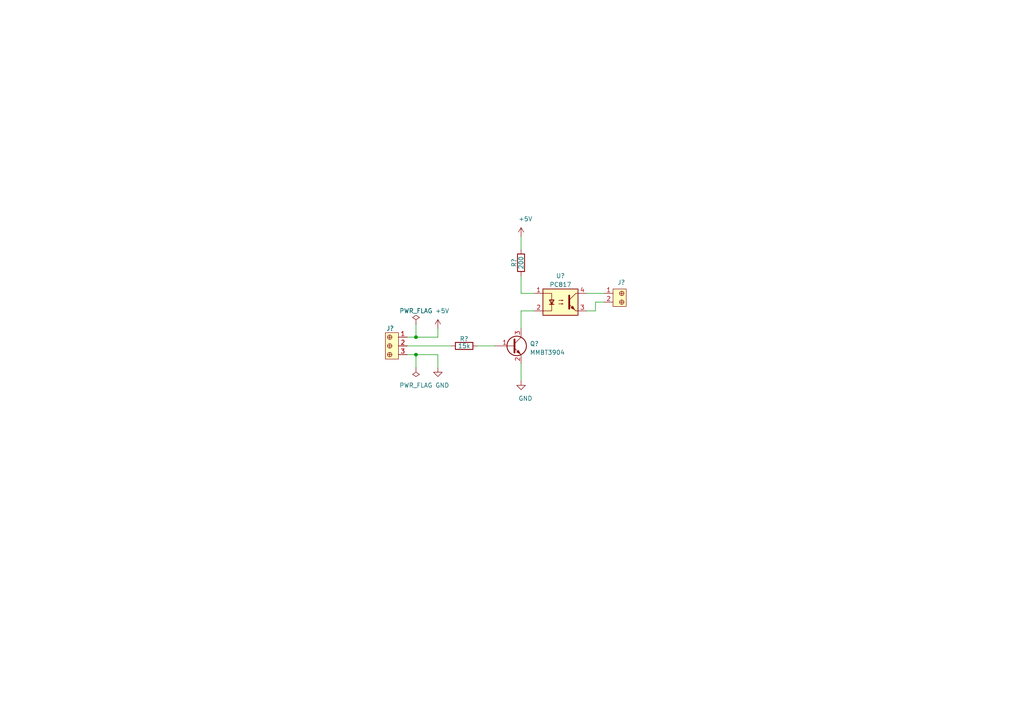
<source format=kicad_sch>
(kicad_sch (version 20210406) (generator eeschema)
  (paper "A4")
  (lib_symbols
    (symbol "UH_HA:MMBT3904" (pin_names (offset 0) hide)
      (property "Reference" "Q" (at 5.08 1.905 0))
      (property "Value" "MMBT3904" (at 5.08 0 0))
      (symbol "MMBT3904_0_1"
        (circle (center 1.27 0) (radius 2.8194) (stroke (width 0.254)))
        (polyline (pts (xy 0.635 0.635) (xy 2.54 2.54)))
        (polyline (pts (xy 0.635 -0.635) (xy 2.54 -2.54) (xy 2.54 -2.54)))
        (polyline (pts (xy 0.635 1.905) (xy 0.635 -1.905) (xy 0.635 -1.905)) (stroke (width 0.508)))
        (polyline (pts (xy 1.27 -1.778) (xy 1.778 -1.27) (xy 2.286 -2.286) (xy 1.27 -1.778) (xy 1.27 -1.778)) (fill (type outline)))
      )
      (symbol "MMBT3904_1_1"
        (pin input line (at -5.08 0 0) (length 5.715) (name "B") (number "1"))
        (pin passive line (at 2.54 -5.08 90) (length 2.54) (name "E") (number "2"))
        (pin passive line (at 2.54 5.08 270) (length 2.54) (name "C") (number "3"))
      )
    )
    (symbol "UH_HA:PC817" (pin_names (offset 1.016))
      (property "Reference" "U" (at -5.08 5.08 0))
      (property "Value" "PC817" (at 0 5.08 0))
      (symbol "PC817_0_1"
        (rectangle (start -5.08 3.81) (end 5.08 -3.81) (stroke (width 0.254)) (fill (type background)))
        (polyline (pts (xy -3.175 -0.635) (xy -1.905 -0.635)) (stroke (width 0.254)))
        (polyline (pts (xy 2.54 0.635) (xy 4.445 2.54)))
        (polyline (pts (xy 4.445 -2.54) (xy 5.08 -2.54)))
        (polyline (pts (xy 4.445 2.54) (xy 5.08 2.54)))
        (polyline (pts (xy -5.08 2.54) (xy -2.54 2.54) (xy -2.54 -0.635)))
        (polyline (pts (xy -2.54 -0.635) (xy -2.54 -2.54) (xy -5.08 -2.54)))
        (polyline (pts (xy 2.54 1.905) (xy 2.54 -1.905) (xy 2.54 -1.905)) (stroke (width 0.508)))
        (polyline (pts (xy -2.54 -0.635) (xy -3.175 0.635) (xy -1.905 0.635) (xy -2.54 -0.635)) (stroke (width 0.254)))
        (polyline (pts (xy -0.508 -0.508) (xy 0.762 -0.508) (xy 0.381 -0.635) (xy 0.381 -0.381) (xy 0.762 -0.508)))
        (polyline (pts (xy -0.508 0.508) (xy 0.762 0.508) (xy 0.381 0.381) (xy 0.381 0.635) (xy 0.762 0.508)))
        (polyline (pts (xy 4.445 -2.54) (xy 2.54 -0.635)) (fill (type outline)))
        (polyline (pts (xy 3.048 -1.651) (xy 3.556 -1.143) (xy 4.064 -2.159) (xy 3.048 -1.651) (xy 3.048 -1.651)) (fill (type outline)))
      )
      (symbol "PC817_1_1"
        (pin passive line (at -7.62 2.54 0) (length 2.54) (name "~") (number "1"))
        (pin passive line (at -7.62 -2.54 0) (length 2.54) (name "~") (number "2"))
        (pin passive line (at 7.62 -2.54 180) (length 2.54) (name "~") (number "3"))
        (pin passive line (at 7.62 2.54 180) (length 2.54) (name "~") (number "4"))
      )
    )
    (symbol "UH_HA:PWR_FLAG" (power) (pin_numbers hide) (pin_names (offset 0) hide)
      (property "Value" "PWR_FLAG" (at 0 3.81 0))
      (symbol "PWR_FLAG_0_0"
        (pin power_out line (at 0 0 90) (length 0) (name "pwr") (number "1"))
      )
      (symbol "PWR_FLAG_0_1"
        (polyline (pts (xy 0 0) (xy 0 1.27) (xy -1.016 1.905) (xy 0 2.54) (xy 1.016 1.905) (xy 0 1.27)))
      )
    )
    (symbol "UH_HA:R" (pin_numbers hide) (pin_names (offset 0))
      (property "Reference" "R" (at 2.032 0 90))
      (property "Value" "R" (at 0 0 90))
      (symbol "R_0_1"
        (rectangle (start -1.016 -2.54) (end 1.016 2.54) (stroke (width 0.254)))
      )
      (symbol "R_1_1"
        (pin passive line (at 0 3.81 270) (length 1.27) (name "~") (number "1"))
        (pin passive line (at 0 -3.81 90) (length 1.27) (name "~") (number "2"))
      )
    )
    (symbol "UH_HA:TerminalBlock_2pin" (pin_names (offset 1.016))
      (property "Reference" "J" (at -2.54 1.27 0))
      (property "Value" "TerminalBlock_2pin" (at 1.27 -2.54 0))
      (symbol "TerminalBlock_2pin_1_1"
        (circle (center 0 0) (radius 0.635))
        (circle (center 2.54 0) (radius 0.635))
        (rectangle (start -1.27 2.54) (end 3.81 -1.27) (fill (type background)))
        (polyline (pts (xy 0 0.635) (xy 0 -0.635)))
        (polyline (pts (xy 0.635 0) (xy -0.635 0)))
        (polyline (pts (xy 1.905 0) (xy 3.175 0)))
        (polyline (pts (xy 2.54 0.635) (xy 2.54 -0.635)))
        (pin passive line (at 0 5.08 270) (length 2.54) (name "~") (number "1"))
        (pin passive line (at 2.54 5.08 270) (length 2.54) (name "~") (number "2"))
      )
    )
    (symbol "UH_HA:TerminalBlock_3pin" (pin_names (offset 1.016))
      (property "Reference" "J" (at -2.54 1.27 0))
      (property "Value" "TerminalBlock_3pin" (at 2.54 -2.54 0))
      (symbol "TerminalBlock_3pin_1_1"
        (circle (center 0 0) (radius 0.635))
        (circle (center 2.54 0) (radius 0.635))
        (circle (center 5.08 0) (radius 0.635))
        (rectangle (start -1.27 2.54) (end 6.35 -1.27) (fill (type background)))
        (polyline (pts (xy 0 0.635) (xy 0 -0.635)))
        (polyline (pts (xy 0.635 0) (xy -0.635 0)))
        (polyline (pts (xy 1.905 0) (xy 3.175 0)))
        (polyline (pts (xy 2.54 0.635) (xy 2.54 -0.635)))
        (polyline (pts (xy 4.445 0) (xy 5.715 0)))
        (polyline (pts (xy 5.08 0.635) (xy 5.08 -0.635)))
        (pin passive line (at 0 5.08 270) (length 2.54) (name "~") (number "1"))
        (pin passive line (at 2.54 5.08 270) (length 2.54) (name "~") (number "2"))
        (pin passive line (at 5.08 5.08 270) (length 2.54) (name "~") (number "3"))
      )
    )
    (symbol "power:+5V" (power) (pin_names (offset 0))
      (property "Value" "+5V" (at 0 3.556 0))
      (symbol "+5V_0_1"
        (polyline (pts (xy -0.762 1.27) (xy 0 2.54)))
        (polyline (pts (xy 0 0) (xy 0 2.54)))
        (polyline (pts (xy 0 2.54) (xy 0.762 1.27)))
      )
      (symbol "+5V_1_1"
        (pin power_in line (at 0 0 90) (length 0) hide (name "+5V") (number "1"))
      )
    )
    (symbol "power:GND" (power) (pin_names (offset 0))
      (property "Value" "GND" (at 0 -3.81 0))
      (symbol "GND_0_1"
        (polyline (pts (xy 0 0) (xy 0 -1.27) (xy 1.27 -1.27) (xy 0 -2.54) (xy -1.27 -1.27) (xy 0 -1.27)))
      )
      (symbol "GND_1_1"
        (pin power_in line (at 0 0 270) (length 0) hide (name "GND") (number "1"))
      )
    )
  )
  (junction (at 120.65 97.79) (diameter 0.9144))
  (junction (at 120.65 102.87) (diameter 0.9144))
  (wire (pts (xy 118.11 97.79) (xy 120.65 97.79)))
  (wire (pts (xy 118.11 100.33) (xy 130.81 100.33)))
  (wire (pts (xy 118.11 102.87) (xy 120.65 102.87)))
  (wire (pts (xy 120.65 93.98) (xy 120.65 97.79)))
  (wire (pts (xy 120.65 97.79) (xy 127 97.79)))
  (wire (pts (xy 120.65 102.87) (xy 127 102.87)))
  (wire (pts (xy 120.65 106.68) (xy 120.65 102.87)))
  (wire (pts (xy 127 97.79) (xy 127 95.25)))
  (wire (pts (xy 127 102.87) (xy 127 106.68)))
  (wire (pts (xy 138.43 100.33) (xy 143.51 100.33)))
  (wire (pts (xy 151.13 68.58) (xy 151.13 72.39)))
  (wire (pts (xy 151.13 85.09) (xy 151.13 80.01)))
  (wire (pts (xy 151.13 90.17) (xy 151.13 95.25)))
  (wire (pts (xy 151.13 105.41) (xy 151.13 110.49)))
  (wire (pts (xy 154.94 85.09) (xy 151.13 85.09)))
  (wire (pts (xy 154.94 90.17) (xy 151.13 90.17)))
  (wire (pts (xy 170.18 85.09) (xy 175.26 85.09)))
  (wire (pts (xy 170.18 90.17) (xy 172.72 90.17)))
  (wire (pts (xy 172.72 87.63) (xy 175.26 87.63)))
  (wire (pts (xy 172.72 90.17) (xy 172.72 87.63)))
  (symbol (lib_id "power:+5V") (at 127 95.25 0) (unit 1)
    (property "Reference" "#PWR?" (effects hide))
    (property "Value" "+5V" (at 128.27 90.17 0))
  )
  (symbol (lib_id "power:+5V") (at 151.13 68.58 0) (unit 1)
    (property "Reference" "#PWR?" (effects hide))
    (property "Value" "+5V" (at 152.4 63.5 0))
  )
  (symbol (lib_id "UH_HA:PWR_FLAG") (at 120.65 93.98 0) (unit 1)
    (property "Reference" "#FLG?" (effects hide))
    (property "Value" "PWR_FLAG" (at 120.65 90.17 0))
  )
  (symbol (lib_id "UH_HA:PWR_FLAG") (at 120.65 106.68 180) (unit 1)
    (property "Reference" "#FLG?" (effects hide))
    (property "Value" "PWR_FLAG" (at 120.65 111.76 0))
  )
  (symbol (lib_id "power:GND") (at 127 106.68 0) (unit 1)
    (property "Reference" "#PWR?" (effects hide))
    (property "Value" "GND" (at 128.27 111.76 0))
  )
  (symbol (lib_id "power:GND") (at 151.13 110.49 0) (unit 1)
    (property "Reference" "#PWR?" (effects hide))
    (property "Value" "GND" (at 152.4 115.57 0))
  )
  (symbol (lib_id "UH_HA:R") (at 134.62 100.33 90) (unit 1)
    (property "Reference" "R?" (at 134.62 98.298 90))
    (property "Value" "15k" (at 134.62 100.33 90))
    (property "Footprint" "Resistor_SMD:R_0805_2012Metric_Pad1.20x1.40mm_HandSolder" (effects hide))
  )
  (symbol (lib_id "UH_HA:R") (at 151.13 76.2 180) (unit 1)
    (property "Reference" "R?" (at 149.098 76.2 90))
    (property "Value" "200" (at 151.13 76.2 90))
    (property "Footprint" "Resistor_SMD:R_0805_2012Metric_Pad1.20x1.40mm_HandSolder" (effects hide))
  )
  (symbol (lib_id "UH_HA:TerminalBlock_2pin") (at 180.34 85.09 90) (mirror x) (unit 1)
    (property "Reference" "J?" (at 179.07 81.9149 90) (effects (justify right)))
    (property "Value" "TerminalBlock_3pin" (effects hide))
    (property "Footprint" "UH_HA:Term_Block_1x2_P5mm" (effects hide))
    (property "Datasheet" "http://www.on-shore.com/wp-content/uploads/OSTTCXX0162.pdf" (effects hide))
    (property "Digi-Key_PN" "ED2600-ND" (effects hide))
    (property "MPN" "OSTTC020162" (effects hide))
    (property "Category" "Connectors, Interconnects" (effects hide))
    (property "Family" "Terminal Blocks - Wire to Board" (effects hide))
    (property "DK_Datasheet_Link" "http://www.on-shore.com/wp-content/uploads/OSTTCXX0162.pdf" (effects hide))
    (property "DK_Detail_Page" "/product-detail/en/on-shore-technology-inc/OSTTC020162/ED2600-ND/614549" (effects hide))
    (property "Description" "TERM BLK 2POS SIDE ENTRY 5MM PCB" (effects hide))
    (property "Manufacturer" "On Shore Technology Inc." (effects hide))
    (property "Status" "Active" (effects hide))
  )
  (symbol (lib_id "UH_HA:TerminalBlock_3pin") (at 113.03 97.79 270) (unit 1)
    (property "Reference" "J?" (at 114.3 95.25 90) (effects (justify right)))
    (property "Value" "TerminalBlock_3pin" (effects hide))
    (property "Footprint" "UH_HA:Term_Block_1x3_P5mm" (effects hide))
    (property "Datasheet" "http://www.on-shore.com/wp-content/uploads/OSTTCXX0162.pdf" (effects hide))
    (property "Digi-Key_PN" "ED2601-ND" (effects hide))
    (property "MPN" "OSTTC030162" (effects hide))
    (property "Category" "Connectors, Interconnects" (effects hide))
    (property "Family" "Terminal Blocks - Wire to Board" (effects hide))
    (property "DK_Datasheet_Link" "http://www.on-shore.com/wp-content/uploads/OSTTCXX0162.pdf" (effects hide))
    (property "DK_Detail_Page" "/product-detail/en/on-shore-technology-inc/OSTTC030162/ED2601-ND/614550" (effects hide))
    (property "Description" "TERM BLK 3POS SIDE ENTRY 5MM PCB" (effects hide))
    (property "Manufacturer" "On Shore Technology Inc." (effects hide))
    (property "Status" "Active" (effects hide))
  )
  (symbol (lib_id "UH_HA:MMBT3904") (at 148.59 100.33 0) (unit 1)
    (property "Reference" "Q?" (at 153.67 99.6949 0) (effects (justify left)))
    (property "Value" "MMBT3904" (at 153.67 102.2349 0) (effects (justify left)))
    (property "Footprint" "UH_HA:SOT-23" (effects hide))
  )
  (symbol (lib_id "UH_HA:PC817") (at 162.56 87.63 0) (unit 1)
    (property "Reference" "U?" (at 162.56 80.01 0))
    (property "Value" "PC817" (at 162.56 82.55 0))
    (property "Footprint" "UH_HA:EL817-S1T" (effects hide))
  )
)
</source>
